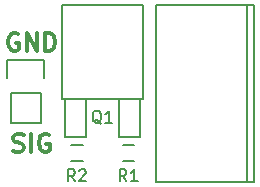
<source format=gto>
G04 #@! TF.FileFunction,Legend,Top*
%FSLAX46Y46*%
G04 Gerber Fmt 4.6, Leading zero omitted, Abs format (unit mm)*
G04 Created by KiCad (PCBNEW 4.0.2+e4-6225~38~ubuntu15.04.1-stable) date Sat 09 Jul 2016 10:26:06 PM PDT*
%MOMM*%
G01*
G04 APERTURE LIST*
%ADD10C,0.100000*%
%ADD11C,0.300000*%
%ADD12C,0.127000*%
%ADD13C,0.150000*%
G04 APERTURE END LIST*
D10*
D11*
X133964286Y-104877143D02*
X134178572Y-104948571D01*
X134535715Y-104948571D01*
X134678572Y-104877143D01*
X134750001Y-104805714D01*
X134821429Y-104662857D01*
X134821429Y-104520000D01*
X134750001Y-104377143D01*
X134678572Y-104305714D01*
X134535715Y-104234286D01*
X134250001Y-104162857D01*
X134107143Y-104091429D01*
X134035715Y-104020000D01*
X133964286Y-103877143D01*
X133964286Y-103734286D01*
X134035715Y-103591429D01*
X134107143Y-103520000D01*
X134250001Y-103448571D01*
X134607143Y-103448571D01*
X134821429Y-103520000D01*
X135464286Y-104948571D02*
X135464286Y-103448571D01*
X136964286Y-103520000D02*
X136821429Y-103448571D01*
X136607143Y-103448571D01*
X136392858Y-103520000D01*
X136250000Y-103662857D01*
X136178572Y-103805714D01*
X136107143Y-104091429D01*
X136107143Y-104305714D01*
X136178572Y-104591429D01*
X136250000Y-104734286D01*
X136392858Y-104877143D01*
X136607143Y-104948571D01*
X136750000Y-104948571D01*
X136964286Y-104877143D01*
X137035715Y-104805714D01*
X137035715Y-104305714D01*
X136750000Y-104305714D01*
X134357143Y-94980000D02*
X134214286Y-94908571D01*
X134000000Y-94908571D01*
X133785715Y-94980000D01*
X133642857Y-95122857D01*
X133571429Y-95265714D01*
X133500000Y-95551429D01*
X133500000Y-95765714D01*
X133571429Y-96051429D01*
X133642857Y-96194286D01*
X133785715Y-96337143D01*
X134000000Y-96408571D01*
X134142857Y-96408571D01*
X134357143Y-96337143D01*
X134428572Y-96265714D01*
X134428572Y-95765714D01*
X134142857Y-95765714D01*
X135071429Y-96408571D02*
X135071429Y-94908571D01*
X135928572Y-96408571D01*
X135928572Y-94908571D01*
X136642858Y-96408571D02*
X136642858Y-94908571D01*
X137000001Y-94908571D01*
X137214286Y-94980000D01*
X137357144Y-95122857D01*
X137428572Y-95265714D01*
X137500001Y-95551429D01*
X137500001Y-95765714D01*
X137428572Y-96051429D01*
X137357144Y-96194286D01*
X137214286Y-96337143D01*
X137000001Y-96408571D01*
X136642858Y-96408571D01*
D12*
X154300000Y-107500000D02*
X146000000Y-107500000D01*
X154300000Y-92500000D02*
X154300000Y-107500000D01*
X146000000Y-92500000D02*
X154300000Y-92500000D01*
X146000000Y-107500000D02*
X146000000Y-92500000D01*
X153700000Y-92500000D02*
X153700000Y-107500000D01*
D13*
X133450000Y-97180000D02*
X133450000Y-98730000D01*
X133730000Y-102540000D02*
X133730000Y-100000000D01*
X133730000Y-100000000D02*
X136270000Y-100000000D01*
X136550000Y-98730000D02*
X136550000Y-97180000D01*
X136550000Y-97180000D02*
X133450000Y-97180000D01*
X136270000Y-100000000D02*
X136270000Y-102540000D01*
X136270000Y-102540000D02*
X133730000Y-102540000D01*
X142897000Y-100506000D02*
X142897000Y-103681000D01*
X142897000Y-103681000D02*
X144675000Y-103681000D01*
X144675000Y-103681000D02*
X144675000Y-100506000D01*
X138325000Y-100506000D02*
X138325000Y-103681000D01*
X138325000Y-103681000D02*
X140103000Y-103681000D01*
X140103000Y-103681000D02*
X140103000Y-100506000D01*
X144929000Y-94410000D02*
X144929000Y-100506000D01*
X144929000Y-100506000D02*
X138071000Y-100506000D01*
X138071000Y-100506000D02*
X138071000Y-92632000D01*
X138071000Y-92505000D02*
X144929000Y-92505000D01*
X144929000Y-92632000D02*
X144929000Y-94410000D01*
X143200000Y-104425000D02*
X144200000Y-104425000D01*
X144200000Y-105775000D02*
X143200000Y-105775000D01*
X138820000Y-104425000D02*
X139820000Y-104425000D01*
X139820000Y-105775000D02*
X138820000Y-105775000D01*
X141404762Y-102577619D02*
X141309524Y-102530000D01*
X141214286Y-102434762D01*
X141071429Y-102291905D01*
X140976190Y-102244286D01*
X140880952Y-102244286D01*
X140928571Y-102482381D02*
X140833333Y-102434762D01*
X140738095Y-102339524D01*
X140690476Y-102149048D01*
X140690476Y-101815714D01*
X140738095Y-101625238D01*
X140833333Y-101530000D01*
X140928571Y-101482381D01*
X141119048Y-101482381D01*
X141214286Y-101530000D01*
X141309524Y-101625238D01*
X141357143Y-101815714D01*
X141357143Y-102149048D01*
X141309524Y-102339524D01*
X141214286Y-102434762D01*
X141119048Y-102482381D01*
X140928571Y-102482381D01*
X142309524Y-102482381D02*
X141738095Y-102482381D01*
X142023809Y-102482381D02*
X142023809Y-101482381D01*
X141928571Y-101625238D01*
X141833333Y-101720476D01*
X141738095Y-101768095D01*
X143533334Y-107452381D02*
X143200000Y-106976190D01*
X142961905Y-107452381D02*
X142961905Y-106452381D01*
X143342858Y-106452381D01*
X143438096Y-106500000D01*
X143485715Y-106547619D01*
X143533334Y-106642857D01*
X143533334Y-106785714D01*
X143485715Y-106880952D01*
X143438096Y-106928571D01*
X143342858Y-106976190D01*
X142961905Y-106976190D01*
X144485715Y-107452381D02*
X143914286Y-107452381D01*
X144200000Y-107452381D02*
X144200000Y-106452381D01*
X144104762Y-106595238D01*
X144009524Y-106690476D01*
X143914286Y-106738095D01*
X139153334Y-107452381D02*
X138820000Y-106976190D01*
X138581905Y-107452381D02*
X138581905Y-106452381D01*
X138962858Y-106452381D01*
X139058096Y-106500000D01*
X139105715Y-106547619D01*
X139153334Y-106642857D01*
X139153334Y-106785714D01*
X139105715Y-106880952D01*
X139058096Y-106928571D01*
X138962858Y-106976190D01*
X138581905Y-106976190D01*
X139534286Y-106547619D02*
X139581905Y-106500000D01*
X139677143Y-106452381D01*
X139915239Y-106452381D01*
X140010477Y-106500000D01*
X140058096Y-106547619D01*
X140105715Y-106642857D01*
X140105715Y-106738095D01*
X140058096Y-106880952D01*
X139486667Y-107452381D01*
X140105715Y-107452381D01*
M02*

</source>
